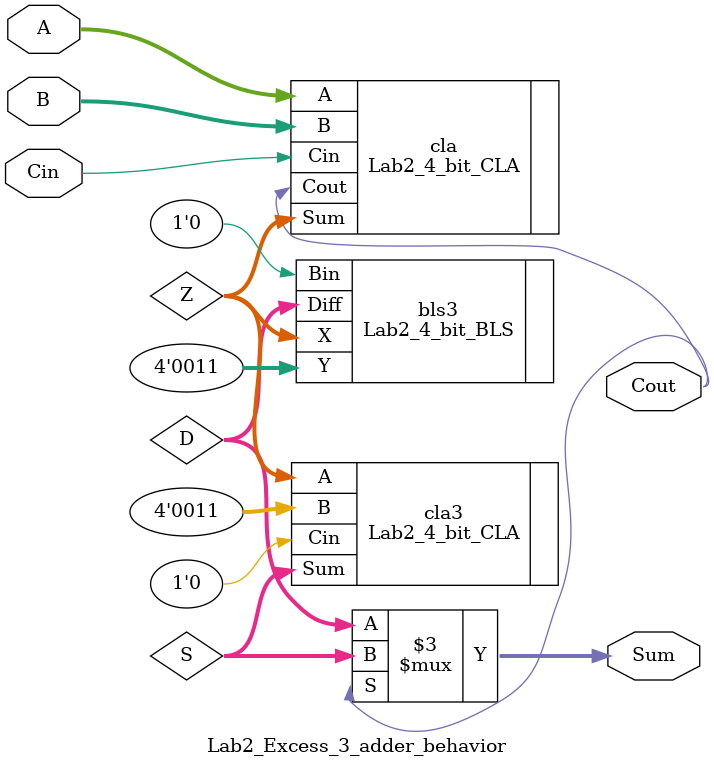
<source format=v>
module Lab2_Excess_3_adder_behavior(
                                    output reg [3:0] Sum,
									output Cout,
									input [3:0] A,
									input [3:0] B,
									input Cin
									);
wire [3:0] Z;
wire [3:0] S;
wire [3:0] D;

Lab2_4_bit_CLA cla(
                   .Sum(Z),
				   .Cout(Cout),
				   .A(A),
				   .B(B),
				   .Cin(Cin)
				   );
				   
Lab2_4_bit_CLA cla3(
                    .Sum(S),
				    .A(Z),
				    .B(4'b0011),
				    .Cin(1'b0)
				    );

Lab2_4_bit_BLS bls3(
                    .Diff(D),
				    .X(Z),
				    .Y(4'b0011),
				    .Bin(1'b0)
				    );

always@(*)begin
    if(Cout)
        Sum = S;
    else
	    Sum = D;
end

endmodule
</source>
